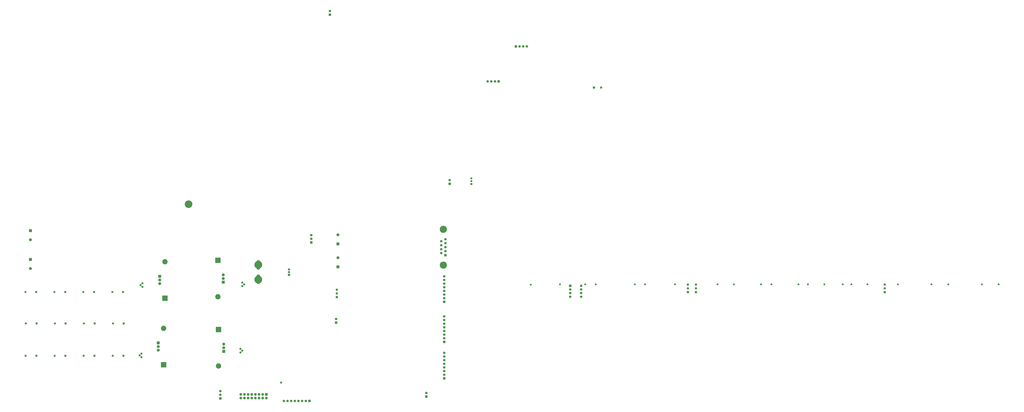
<source format=gbs>
G04*
G04 #@! TF.GenerationSoftware,Altium Limited,Altium Designer,21.5.1 (32)*
G04*
G04 Layer_Color=16711935*
%FSLAX43Y43*%
%MOMM*%
G71*
G04*
G04 #@! TF.SameCoordinates,449709A0-46AC-47EF-B127-1EA7B65E703A*
G04*
G04*
G04 #@! TF.FilePolarity,Negative*
G04*
G01*
G75*
%ADD48C,5.400*%
%ADD71R,1.703X1.703*%
%ADD72C,1.703*%
%ADD73C,2.003*%
%ADD74R,2.003X2.003*%
%ADD75R,1.703X1.703*%
%ADD76C,1.500*%
%ADD77R,1.500X1.500*%
G04:AMPARAMS|DCode=78|XSize=6.6mm|YSize=2.6mm|CornerRadius=1.3mm|HoleSize=0mm|Usage=FLASHONLY|Rotation=90.000|XOffset=0mm|YOffset=0mm|HoleType=Round|Shape=RoundedRectangle|*
%AMROUNDEDRECTD78*
21,1,6.600,0.000,0,0,90.0*
21,1,4.000,2.600,0,0,90.0*
1,1,2.600,0.000,2.000*
1,1,2.600,0.000,-2.000*
1,1,2.600,0.000,-2.000*
1,1,2.600,0.000,2.000*
%
%ADD78ROUNDEDRECTD78*%
%ADD79C,1.450*%
G04:AMPARAMS|DCode=80|XSize=1.219mm|YSize=1.219mm|CornerRadius=0.356mm|HoleSize=0mm|Usage=FLASHONLY|Rotation=90.000|XOffset=0mm|YOffset=0mm|HoleType=Round|Shape=RoundedRectangle|*
%AMROUNDEDRECTD80*
21,1,1.219,0.508,0,0,90.0*
21,1,0.508,1.219,0,0,90.0*
1,1,0.711,0.254,0.254*
1,1,0.711,0.254,-0.254*
1,1,0.711,-0.254,-0.254*
1,1,0.711,-0.254,0.254*
%
%ADD80ROUNDEDRECTD80*%
%ADD81C,1.603*%
%ADD82R,1.603X1.603*%
%ADD83R,2.000X2.000*%
%ADD84C,2.000*%
%ADD85R,3.700X3.700*%
%ADD86C,3.700*%
%ADD87C,1.403*%
%ADD88R,1.403X1.403*%
%ADD89R,1.703X1.703*%
%ADD90C,1.853*%
%ADD91R,1.853X1.853*%
%ADD92C,5.003*%
%ADD93R,1.703X1.703*%
%ADD94R,1.450X1.450*%
%ADD95C,1.553*%
%ADD96R,1.553X1.553*%
%ADD97C,5.283*%
%ADD98C,0.457*%
%ADD99C,0.711*%
%ADD100C,1.473*%
D48*
X195580Y122367D02*
D03*
Y112018D02*
D03*
D71*
X169164Y29210D02*
D03*
X232410Y137922D02*
D03*
X328676Y178816D02*
D03*
X324866Y43191D02*
D03*
Y96531D02*
D03*
Y68591D02*
D03*
X325726Y129091D02*
D03*
X312420Y30480D02*
D03*
D72*
X169164Y31750D02*
D03*
Y34290D02*
D03*
X420116Y107707D02*
D03*
Y105167D02*
D03*
Y102627D02*
D03*
Y100087D02*
D03*
X412496Y105167D02*
D03*
Y102627D02*
D03*
Y100087D02*
D03*
X232410Y140462D02*
D03*
Y143002D02*
D03*
X328676Y181356D02*
D03*
X324866Y58431D02*
D03*
Y55891D02*
D03*
Y60971D02*
D03*
Y50811D02*
D03*
Y53351D02*
D03*
Y45731D02*
D03*
Y48271D02*
D03*
Y111771D02*
D03*
Y109231D02*
D03*
Y114311D02*
D03*
Y104151D02*
D03*
Y106691D02*
D03*
Y99071D02*
D03*
Y101611D02*
D03*
Y83831D02*
D03*
Y81291D02*
D03*
Y86371D02*
D03*
Y76211D02*
D03*
Y78751D02*
D03*
Y71131D02*
D03*
Y73671D02*
D03*
X223520Y27443D02*
D03*
X226060D02*
D03*
X220980D02*
D03*
X228600D02*
D03*
X215900D02*
D03*
X213360D02*
D03*
X218440D02*
D03*
X245389Y299251D02*
D03*
X249682Y84582D02*
D03*
X325726Y140171D02*
D03*
Y134631D02*
D03*
Y131861D02*
D03*
Y137401D02*
D03*
X322886Y136016D02*
D03*
Y138786D02*
D03*
Y133246D02*
D03*
Y130476D02*
D03*
X382397Y274574D02*
D03*
X379857D02*
D03*
X377317D02*
D03*
X355092Y250190D02*
D03*
X357632D02*
D03*
X360172D02*
D03*
X312420Y33020D02*
D03*
D73*
X37084Y139827D02*
D03*
X250952Y143256D02*
D03*
Y127254D02*
D03*
X37084Y119761D02*
D03*
D74*
Y146177D02*
D03*
X250952Y136906D02*
D03*
Y120904D02*
D03*
X37084Y126111D02*
D03*
D75*
X412496Y107707D02*
D03*
X231140Y27443D02*
D03*
D76*
X216980Y119178D02*
D03*
Y117268D02*
D03*
D77*
Y115358D02*
D03*
D78*
X195580Y122268D02*
D03*
Y112268D02*
D03*
D79*
X184404Y62484D02*
D03*
X183134Y63754D02*
D03*
Y61214D02*
D03*
X185690Y108707D02*
D03*
X184420Y109977D02*
D03*
Y107437D02*
D03*
X114316Y60457D02*
D03*
X113046Y59187D02*
D03*
X114316Y57917D02*
D03*
X115046Y109479D02*
D03*
X113776Y108209D02*
D03*
X115046Y106939D02*
D03*
X33640Y103378D02*
D03*
X53833D02*
D03*
X73899D02*
D03*
X94092D02*
D03*
X33915Y81500D02*
D03*
X54108D02*
D03*
X74301D02*
D03*
X94494D02*
D03*
X33767Y58980D02*
D03*
X53960D02*
D03*
X74153D02*
D03*
X94346D02*
D03*
D80*
X385064Y108458D02*
D03*
X405384Y108723D02*
D03*
X422910D02*
D03*
X430276D02*
D03*
X457454D02*
D03*
X464566D02*
D03*
X485394D02*
D03*
X514985D02*
D03*
X526415D02*
D03*
X545211D02*
D03*
X552450D02*
D03*
X571246D02*
D03*
X577850D02*
D03*
X589280D02*
D03*
X602107D02*
D03*
X608076D02*
D03*
X619252D02*
D03*
X640461D02*
D03*
X663829D02*
D03*
X675513D02*
D03*
X698881D02*
D03*
X710565D02*
D03*
D81*
X499999Y105929D02*
D03*
Y108529D02*
D03*
X494411Y105929D02*
D03*
Y108529D02*
D03*
X631317Y105929D02*
D03*
Y108529D02*
D03*
X250190Y102422D02*
D03*
Y105022D02*
D03*
D82*
X499999Y103329D02*
D03*
X494411D02*
D03*
X631317D02*
D03*
X250190Y99822D02*
D03*
D83*
X171589Y61966D02*
D03*
X171196Y110236D02*
D03*
X126029Y67933D02*
D03*
X127000Y114320D02*
D03*
D84*
X171589Y67066D02*
D03*
Y64516D02*
D03*
X171196Y115336D02*
D03*
Y112786D02*
D03*
X126029Y65383D02*
D03*
Y62833D02*
D03*
X127000Y111770D02*
D03*
Y109220D02*
D03*
D85*
X167894Y77216D02*
D03*
X167501Y125486D02*
D03*
X129725Y52683D02*
D03*
X130695Y99070D02*
D03*
D86*
X167894Y51816D02*
D03*
X167501Y100086D02*
D03*
X129725Y78083D02*
D03*
X130695Y124470D02*
D03*
D87*
X343773Y180689D02*
D03*
Y182689D02*
D03*
D88*
Y178689D02*
D03*
D89*
X245389Y296711D02*
D03*
X249682Y82042D02*
D03*
D90*
X196088Y32004D02*
D03*
X198628D02*
D03*
X193548D02*
D03*
X191008D02*
D03*
X188468D02*
D03*
X201168Y29464D02*
D03*
X193548D02*
D03*
X191008D02*
D03*
X198628D02*
D03*
X196088D02*
D03*
X185928D02*
D03*
Y32004D02*
D03*
X183388D02*
D03*
Y29464D02*
D03*
X188468D02*
D03*
D91*
X201168Y32004D02*
D03*
D92*
X324306Y147131D02*
D03*
Y122131D02*
D03*
D93*
X374777Y274574D02*
D03*
X362712Y250190D02*
D03*
D94*
X41140Y103378D02*
D03*
X61333D02*
D03*
X81399D02*
D03*
X101592D02*
D03*
X41415Y81500D02*
D03*
X61608D02*
D03*
X81801D02*
D03*
X101994D02*
D03*
X41267Y58980D02*
D03*
X61460D02*
D03*
X81653D02*
D03*
X101846D02*
D03*
D95*
X434046Y245866D02*
D03*
D96*
X429046D02*
D03*
D97*
X147066Y164592D02*
D03*
D98*
X211430Y40259D02*
D03*
D03*
D99*
D03*
D100*
D03*
D03*
M02*

</source>
